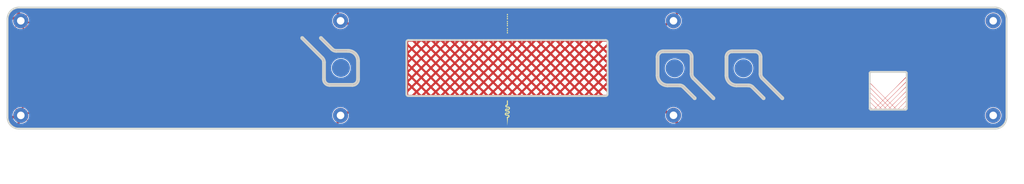
<source format=kicad_pcb>
(kicad_pcb (version 20221018) (generator pcbnew)
  (layers (0 "F.Cu" signal) (31 "B.Cu" signal) (34 "B.Paste" user) (35 "F.Paste" user) (36 "B.SilkS" user "B.Silkscreen") (37 "F.SilkS" user "F.Silkscreen") (38 "B.Mask" user) (39 "F.Mask" user) (44 "Edge.Cuts" user))
  (net 0 "")
  (footprint "CIS:Design_Or" (layer "F.Cu") (at 148.72132 109)
    (fp_text reference "G***" hide)
    (fp_text value "LOGO" hide)
  )
  (footprint "CIS:Design_White" (layer "F.Cu") (at 148.701984 108.976912)
    (fp_text reference "G***" hide)
    (fp_text value "LOGO" hide)
  )
  (footprint "DVB_Connectors:PWR_PAD" (layer "F.Cu") (at 211.12132 109.05)
    (fp_text reference "REF**" hide)
    (fp_text value "VAL**" hide)
  )
  (footprint "CIS:Design_Cu" (layer "F.Cu") (at 148.72132 109)
    (fp_text reference "CU***" hide)
    (fp_text value "Design_Cu" hide)
  )
  (footprint "DVB_Connectors:PWR_PAD" (layer "F.Cu") (at 192.92132 109.05)
    (fp_text reference "REF**" hide)
    (fp_text value "VAL**" hide)
  )
  (footprint "CIS:CIS_Edge_Holes_Out" (layer "F.Cu") (at 16.62132 125)
    (fp_text reference "REF**" hide)
    (fp_text value "CIS_Edge_1" hide)
  )
  (footprint "DVB_Connectors:PWR_PAD" (layer "F.Cu") (at 104.72132 108.95)
    (fp_text reference "REF**" hide)
    (fp_text value "VAL**" hide)
  )
  (gr_arc (start 174.708744 101.595815) (mid 175.06188 101.742682) (end 175.208744 102.095815) (stroke (width 0.5)) (layer "Edge.Cuts"))
  (gr_line (start 203.350183 116.776317) (end 198.073675 111.500154) (stroke (width 0.5)) (layer "Edge.Cuts"))
  (gr_arc (start 16.61875 96.002574) (mid 16.848296 94.855405) (end 17.5 93.883824) (stroke (width 0.5)) (layer "Edge.Cuts"))
  (gr_arc (start 106.598048 104.187422) (mid 107.707559 104.408028) (end 108.647265 105.037811) (stroke (width 0.5)) (layer "Edge.Cuts"))
  (gr_line (start 194.160735 113.31503) (end 191.067729 113.31503) (stroke (width 0.5)) (layer "Edge.Cuts"))
  (gr_arc (start 106.598048 104.689889) (mid 108.292103 105.392889) (end 108.994629 107.087159) (stroke (width 0.5)) (layer "Edge.Cuts"))
  (gr_arc (start 191.067729 113.31503) (mid 189.373729 112.612118) (end 188.67132 110.917933) (stroke (width 0.5)) (layer "Edge.Cuts"))
  (gr_line (start 208.130063 104.81753) (end 214.130042 104.81753) (stroke (width 0.5)) (layer "Edge.Cuts"))
  (gr_line (start 100.497645 111.938714) (end 100.497645 107.477832) (stroke (width 0.5)) (layer "Edge.Cuts"))
  (gr_arc (start 109.497268 111.938714) (mid 108.983979 113.176545) (end 107.746298 113.690201) (stroke (width 0.5)) (layer "Edge.Cuts"))
  (gr_arc (start 206.881905 106.066205) (mid 207.247773 105.183772) (end 208.130063 104.81753) (stroke (width 0.5)) (layer "Edge.Cuts"))
  (gr_line (start 244.473924 110.2527) (end 244.473924 119.7473) (stroke (width 0.5)) (layer "Edge.Cuts"))
  (gr_line (start 94.315594 101.228601) (end 99.592102 106.504937) (stroke (width 0.5)) (layer "Edge.Cuts"))
  (gr_line (start 16.61875 122.00257) (end 16.61875 96.002574) (stroke (width 0.5)) (layer "Edge.Cuts"))
  (gr_line (start 191.067729 113.817669) (end 194.160735 113.817669) (stroke (width 0.5)) (layer "Edge.Cuts"))
  (gr_arc (start 198.400615 117.131851) (mid 198.222848 117.205232) (end 198.045081 117.131851) (stroke (width 0.5)) (layer "Edge.Cuts"))
  (gr_line (start 209.278314 113.817669) (end 212.37132 113.817669) (stroke (width 0.5)) (layer "Edge.Cuts"))
  (gr_arc (start 214.130042 104.81753) (mid 215.012567 105.183621) (end 215.378544 106.066205) (stroke (width 0.5)) (layer "Edge.Cuts"))
  (gr_arc (start 198.073675 111.500154) (mid 197.774748 111.05409) (end 197.670943 110.527259) (stroke (width 0.5)) (layer "Edge.Cuts"))
  (gr_line (start 122.528744 101.595815) (end 174.708744 101.595815) (stroke (width 0.5)) (layer "Edge.Cuts"))
  (gr_line (start 254.018617 119.9973) (end 254.268723 119.7473) (stroke (width 0.5)) (layer "Edge.Cuts"))
  (gr_line (start 99.947636 106.149404) (end 94.671127 100.873068) (stroke (width 0.5)) (layer "Edge.Cuts"))
  (gr_line (start 188.168336 106.066205) (end 188.168336 110.917933) (stroke (width 0.5)) (layer "Edge.Cuts"))
  (gr_line (start 109.497268 111.938714) (end 109.497268 107.087159) (stroke (width 0.5)) (layer "Edge.Cuts"))
  (gr_line (start 277.618718 125.00257) (end 19.61875 125.00257) (stroke (width 0.5)) (layer "Edge.Cuts"))
  (gr_arc (start 216.28426 111.500154) (mid 215.985359 111.054086) (end 215.881528 110.527259) (stroke (width 0.5)) (layer "Edge.Cuts"))
  (gr_line (start 244.724015 119.9973) (end 244.473924 119.7473) (stroke (width 0.5)) (layer "Edge.Cuts"))
  (gr_arc (start 221.383001 117.205576) (mid 221.286674 117.186665) (end 221.205234 117.131851) (stroke (width 0.5)) (layer "Edge.Cuts"))
  (gr_arc (start 191.067729 113.817669) (mid 189.958249 113.59697) (end 189.01849 112.967281) (stroke (width 0.5)) (layer "Edge.Cuts"))
  (gr_arc (start 203.350183 117.131851) (mid 203.268631 117.186391) (end 203.172416 117.205576) (stroke (width 0.5)) (layer "Edge.Cuts"))
  (gr_line (start 197.670943 110.527259) (end 197.670943 106.066205) (stroke (width 0.5)) (layer "Edge.Cuts"))
  (gr_arc (start 280.618718 122.00257) (mid 280.389186 123.149748) (end 279.737468 124.12132) (stroke (width 0.5)) (layer "Edge.Cuts"))
  (gr_line (start 195.919457 104.31489) (end 189.919478 104.31489) (stroke (width 0.5)) (layer "Edge.Cuts"))
  (gr_arc (start 189.01849 112.967281) (mid 188.389013 112.027402) (end 188.168336 110.917933) (stroke (width 0.5)) (layer "Edge.Cuts"))
  (gr_line (start 101.74632 113.690201) (end 107.746298 113.690201) (stroke (width 0.5)) (layer "Edge.Cuts"))
  (gr_arc (start 103.505039 104.187422) (mid 102.978301 104.083385) (end 102.532146 103.78469) (stroke (width 0.5)) (layer "Edge.Cuts"))
  (gr_line (start 19.61875 93.002574) (end 277.618718 93.002574) (stroke (width 0.5)) (layer "Edge.Cuts"))
  (gr_line (start 215.928726 111.855688) (end 221.205234 117.131851) (stroke (width 0.5)) (layer "Edge.Cuts"))
  (gr_arc (start 279.737468 93.883824) (mid 280.389645 94.855212) (end 280.618718 96.002574) (stroke (width 0.5)) (layer "Edge.Cuts"))
  (gr_arc (start 94.315594 101.228601) (mid 94.242086 101.050824) (end 94.315594 100.873068) (stroke (width 0.5)) (layer "Edge.Cuts"))
  (gr_arc (start 99.265162 100.873068) (mid 99.442929 100.799687) (end 99.620696 100.873068) (stroke (width 0.5)) (layer "Edge.Cuts"))
  (gr_arc (start 101.74632 113.187217) (mid 100.863805 112.821182) (end 100.497645 111.938714) (stroke (width 0.5)) (layer "Edge.Cuts"))
  (gr_line (start 280.618718 96.002574) (end 280.618718 122.00257) (stroke (width 0.5)) (layer "Edge.Cuts"))
  (gr_arc (start 99.265162 101.228601) (mid 99.191664 101.050824) (end 99.265162 100.873068) (stroke (width 0.5)) (layer "Edge.Cuts"))
  (gr_line (start 244.724015 119.9973) (end 254.018617 119.9973) (stroke (width 0.5)) (layer "Edge.Cuts"))
  (gr_line (start 188.67132 110.917933) (end 188.67132 106.066205) (stroke (width 0.5)) (layer "Edge.Cuts"))
  (gr_arc (start 19.61875 125.00257) (mid 18.47158 124.773025) (end 17.5 124.12132) (stroke (width 0.5)) (layer "Edge.Cuts"))
  (gr_line (start 106.598048 104.187422) (end 103.505039 104.187422) (stroke (width 0.5)) (layer "Edge.Cuts"))
  (gr_arc (start 194.160735 113.31503) (mid 194.880042 113.456839) (end 195.489164 113.864867) (stroke (width 0.5)) (layer "Edge.Cuts"))
  (gr_arc (start 197.718141 111.855688) (mid 197.309749 111.246684) (end 197.167959 110.527259) (stroke (width 0.5)) (layer "Edge.Cuts"))
  (gr_line (start 212.37132 113.31503) (end 209.278314 113.31503) (stroke (width 0.5)) (layer "Edge.Cuts"))
  (gr_line (start 215.378544 106.066205) (end 215.378544 110.527259) (stroke (width 0.5)) (layer "Edge.Cuts"))
  (gr_arc (start 216.611199 116.776317) (mid 216.684585 116.954089) (end 216.611199 117.131851) (stroke (width 0.5)) (layer "Edge.Cuts"))
  (gr_line (start 254.018617 110.0027) (end 244.724015 110.0027) (stroke (width 0.5)) (layer "Edge.Cuts"))
  (gr_arc (start 203.350183 116.776317) (mid 203.423588 116.954089) (end 203.350183 117.131851) (stroke (width 0.5)) (layer "Edge.Cuts"))
  (gr_arc (start 207.229075 112.967281) (mid 206.59957 112.02741) (end 206.378921 110.917933) (stroke (width 0.5)) (layer "Edge.Cuts"))
  (gr_line (start 108.994629 107.087159) (end 108.994629 111.938714) (stroke (width 0.5)) (layer "Edge.Cuts"))
  (gr_arc (start 94.315594 100.873068) (mid 94.493361 100.802013) (end 94.671127 100.873068) (stroke (width 0.5)) (layer "Edge.Cuts"))
  (gr_line (start 206.881905 110.917933) (end 206.881905 106.066205) (stroke (width 0.5)) (layer "Edge.Cuts"))
  (gr_arc (start 103.505039 104.689889) (mid 102.785837 104.547948) (end 102.176612 104.140224) (stroke (width 0.5)) (layer "Edge.Cuts"))
  (gr_arc (start 99.947636 106.149404) (mid 100.355688 106.758534) (end 100.497645 107.477832) (stroke (width 0.5)) (layer "Edge.Cuts"))
  (gr_arc (start 101.74632 113.690201) (mid 100.508488 113.176616) (end 99.995006 111.938714) (stroke (width 0.5)) (layer "Edge.Cuts"))
  (gr_arc (start 194.160735 113.817669) (mid 194.687473 113.921707) (end 195.13363 114.220401) (stroke (width 0.5)) (layer "Edge.Cuts"))
  (gr_line (start 206.378921 106.066205) (end 206.378921 110.917933) (stroke (width 0.5)) (layer "Edge.Cuts"))
  (gr_line (start 254.268723 119.7473) (end 254.268723 110.2527) (stroke (width 0.5)) (layer "Edge.Cuts"))
  (gr_line (start 122.028744 115.875815) (end 122.028744 102.095815) (stroke (width 0.5)) (layer "Edge.Cuts"))
  (gr_arc (start 188.67132 106.066205) (mid 189.037157 105.183731) (end 189.919478 104.81753) (stroke (width 0.5)) (layer "Edge.Cuts"))
  (gr_arc (start 122.028744 102.095815) (mid 122.175614 101.742684) (end 122.528744 101.595815) (stroke (width 0.5)) (layer "Edge.Cuts"))
  (gr_line (start 214.130042 104.31489) (end 208.130063 104.31489) (stroke (width 0.5)) (layer "Edge.Cuts"))
  (gr_line (start 254.268723 110.2527) (end 254.018617 110.0027) (stroke (width 0.5)) (layer "Edge.Cuts"))
  (gr_line (start 99.265162 101.228601) (end 102.176612 104.140224) (stroke (width 0.5)) (layer "Edge.Cuts"))
  (gr_arc (start 277.618718 93.002574) (mid 278.765892 93.232112) (end 279.737468 93.883824) (stroke (width 0.5)) (layer "Edge.Cuts"))
  (gr_line (start 197.718141 111.855688) (end 202.994649 117.131851) (stroke (width 0.5)) (layer "Edge.Cuts"))
  (gr_line (start 198.400615 116.776317) (end 195.489164 113.864867) (stroke (width 0.5)) (layer "Edge.Cuts"))
  (gr_line (start 189.919478 104.81753) (end 195.919457 104.81753) (stroke (width 0.5)) (layer "Edge.Cuts"))
  (gr_line (start 102.532146 103.78469) (end 99.620696 100.873068) (stroke (width 0.5)) (layer "Edge.Cuts"))
  (gr_line (start 99.995006 107.477832) (end 99.995006 111.938714) (stroke (width 0.5)) (layer "Edge.Cuts"))
  (gr_line (start 215.881528 110.527259) (end 215.881528 106.066205) (stroke (width 0.5)) (layer "Edge.Cuts"))
  (gr_line (start 213.344215 114.220401) (end 216.255666 117.131851) (stroke (width 0.5)) (layer "Edge.Cuts"))
  (gr_arc (start 221.560768 116.776317) (mid 221.634163 116.954089) (end 221.560768 117.131851) (stroke (width 0.5)) (layer "Edge.Cuts"))
  (gr_arc (start 17.5 124.12132) (mid 16.847836 123.14993) (end 16.61875 122.00257) (stroke (width 0.5)) (layer "Edge.Cuts"))
  (gr_line (start 195.13363 114.220401) (end 198.045081 117.131851) (stroke (width 0.5)) (layer "Edge.Cuts"))
  (gr_line (start 197.167959 106.066205) (end 197.167959 110.527259) (stroke (width 0.5)) (layer "Edge.Cuts"))
  (gr_arc (start 215.928726 111.855688) (mid 215.520305 111.246692) (end 215.378544 110.527259) (stroke (width 0.5)) (layer "Edge.Cuts"))
  (gr_line (start 221.560768 116.776317) (end 216.28426 111.500154) (stroke (width 0.5)) (layer "Edge.Cuts"))
  (gr_arc (start 99.592102 106.504937) (mid 99.891199 106.950951) (end 99.995006 107.477832) (stroke (width 0.5)) (layer "Edge.Cuts"))
  (gr_line (start 107.746298 113.187217) (end 101.74632 113.187217) (stroke (width 0.5)) (layer "Edge.Cuts"))
  (gr_arc (start 212.37132 113.817669) (mid 212.898055 113.921703) (end 213.344215 114.220401) (stroke (width 0.5)) (layer "Edge.Cuts"))
  (gr_arc (start 198.400615 116.776317) (mid 198.474011 116.954089) (end 198.400615 117.131851) (stroke (width 0.5)) (layer "Edge.Cuts"))
  (gr_arc (start 195.919457 104.81753) (mid 196.801975 105.183638) (end 197.167959 106.066205) (stroke (width 0.5)) (layer "Edge.Cuts"))
  (gr_arc (start 108.994629 111.938714) (mid 108.628688 112.821166) (end 107.746298 113.187217) (stroke (width 0.5)) (layer "Edge.Cuts"))
  (gr_line (start 244.473924 110.2527) (end 244.724015 110.0027) (stroke (width 0.5)) (layer "Edge.Cuts"))
  (gr_line (start 174.708744 116.375815) (end 122.528744 116.375815) (stroke (width 0.5)) (layer "Edge.Cuts"))
  (gr_line (start 216.611199 116.776317) (end 213.699749 113.864867) (stroke (width 0.5)) (layer "Edge.Cuts"))
  (gr_arc (start 214.130042 104.31489) (mid 215.367865 104.82844) (end 215.881528 106.066205) (stroke (width 0.5)) (layer "Edge.Cuts"))
  (gr_arc (start 195.919457 104.31489) (mid 197.157274 104.828456) (end 197.670943 106.066205) (stroke (width 0.5)) (layer "Edge.Cuts"))
  (gr_line (start 175.208744 102.095815) (end 175.208744 115.875815) (stroke (width 0.5)) (layer "Edge.Cuts"))
  (gr_arc (start 122.528744 116.375815) (mid 122.17562 116.228942) (end 122.028744 115.875815) (stroke (width 0.5)) (layer "Edge.Cuts"))
  (gr_arc (start 175.208744 115.875815) (mid 175.061875 116.228944) (end 174.708744 116.375815) (stroke (width 0.5)) (layer "Edge.Cuts"))
  (gr_arc (start 209.278314 113.31503) (mid 207.584385 112.612066) (end 206.881905 110.917933) (stroke (width 0.5)) (layer "Edge.Cuts"))
  (gr_arc (start 17.5 93.883824) (mid 18.471389 93.231656) (end 19.61875 93.002574) (stroke (width 0.5)) (layer "Edge.Cuts"))
  (gr_line (start 103.505039 104.689889) (end 106.598048 104.689889) (stroke (width 0.5)) (layer "Edge.Cuts"))
  (gr_arc (start 108.647265 105.037811) (mid 109.276785 105.977662) (end 109.497268 107.087159) (stroke (width 0.5)) (layer "Edge.Cuts"))
  (gr_arc (start 221.560768 117.131851) (mid 221.479223 117.186412) (end 221.383001 117.205576) (stroke (width 0.5)) (layer "Edge.Cuts"))
  (gr_arc (start 206.378921 106.066205) (mid 206.892362 104.828449) (end 208.130063 104.31489) (stroke (width 0.5)) (layer "Edge.Cuts"))
  (gr_arc (start 279.737468 124.12132) (mid 278.766076 124.773474) (end 277.618718 125.00257) (stroke (width 0.5)) (layer "Edge.Cuts"))
  (gr_arc (start 212.37132 113.31503) (mid 213.09063 113.456839) (end 213.699749 113.864867) (stroke (width 0.5)) (layer "Edge.Cuts"))
  (gr_arc (start 216.611199 117.131851) (mid 216.433433 117.205232) (end 216.255666 117.131851) (stroke (width 0.5)) (layer "Edge.Cuts"))
  (gr_arc (start 188.168336 106.066205) (mid 188.681774 104.828436) (end 189.919478 104.31489) (stroke (width 0.5)) (layer "Edge.Cuts"))
  (gr_arc (start 203.172416 117.205576) (mid 203.076091 117.186659) (end 202.994649 117.131851) (stroke (width 0.5)) (layer "Edge.Cuts"))
  (gr_arc (start 209.278314 113.817669) (mid 208.168838 113.596969) (end 207.229075 112.967281) (stroke (width 0.5)) (layer "Edge.Cuts"))
  (zone (net 0) (net_name "") (layer "B.Cu") (connect_pads no (clearance 0.15)) (min_thickness 0.15) (fill yes (thermal_gap 0.2) (thermal_bridge_width 0.2) (island_removal_mode 1) (island_area_min 10))
    (polygon (pts (xy 281.62132 126) (xy 15.62132 126) (xy 15.62132 92) (xy 281.62132 92)))
  )
  (zone (net 0) (net_name "") (layer "B.Cu") (connect_pads no (clearance 0.15)) (min_thickness 0.15) (fill yes (thermal_gap 0.2) (thermal_bridge_width 0.2))
    (polygon (pts (xy 282.62132 127) (xy 14.62132 127) (xy 14.62132 91) (xy 282.62132 91)))
  )
)
</source>
